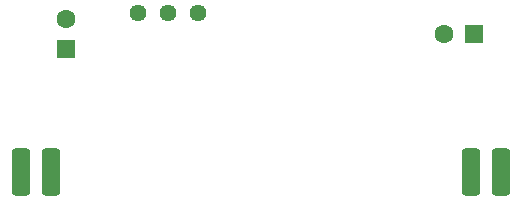
<source format=gbs>
%TF.GenerationSoftware,KiCad,Pcbnew,8.0.4*%
%TF.CreationDate,2025-01-19T17:37:52+00:00*%
%TF.ProjectId,33063_invert,33333036-335f-4696-9e76-6572742e6b69,rev?*%
%TF.SameCoordinates,Original*%
%TF.FileFunction,Soldermask,Bot*%
%TF.FilePolarity,Negative*%
%FSLAX46Y46*%
G04 Gerber Fmt 4.6, Leading zero omitted, Abs format (unit mm)*
G04 Created by KiCad (PCBNEW 8.0.4) date 2025-01-19 17:37:52*
%MOMM*%
%LPD*%
G01*
G04 APERTURE LIST*
G04 Aperture macros list*
%AMRoundRect*
0 Rectangle with rounded corners*
0 $1 Rounding radius*
0 $2 $3 $4 $5 $6 $7 $8 $9 X,Y pos of 4 corners*
0 Add a 4 corners polygon primitive as box body*
4,1,4,$2,$3,$4,$5,$6,$7,$8,$9,$2,$3,0*
0 Add four circle primitives for the rounded corners*
1,1,$1+$1,$2,$3*
1,1,$1+$1,$4,$5*
1,1,$1+$1,$6,$7*
1,1,$1+$1,$8,$9*
0 Add four rect primitives between the rounded corners*
20,1,$1+$1,$2,$3,$4,$5,0*
20,1,$1+$1,$4,$5,$6,$7,0*
20,1,$1+$1,$6,$7,$8,$9,0*
20,1,$1+$1,$8,$9,$2,$3,0*%
G04 Aperture macros list end*
%ADD10C,1.440000*%
%ADD11RoundRect,0.250000X-0.500000X-1.750000X0.500000X-1.750000X0.500000X1.750000X-0.500000X1.750000X0*%
%ADD12R,1.600000X1.600000*%
%ADD13C,1.600000*%
G04 APERTURE END LIST*
D10*
%TO.C,RV1*%
X62020000Y-54600000D03*
X64560000Y-54600000D03*
X67100000Y-54600000D03*
%TD*%
D11*
%TO.C,J1*%
X52180000Y-68000000D03*
X54720000Y-68000000D03*
%TD*%
D12*
%TO.C,C1*%
X55950000Y-57600000D03*
D13*
X55950000Y-55100000D03*
%TD*%
D11*
%TO.C,J2*%
X90280000Y-68000000D03*
X92820000Y-68000000D03*
%TD*%
D12*
%TO.C,C3*%
X90500000Y-56350000D03*
D13*
X88000000Y-56350000D03*
%TD*%
M02*

</source>
